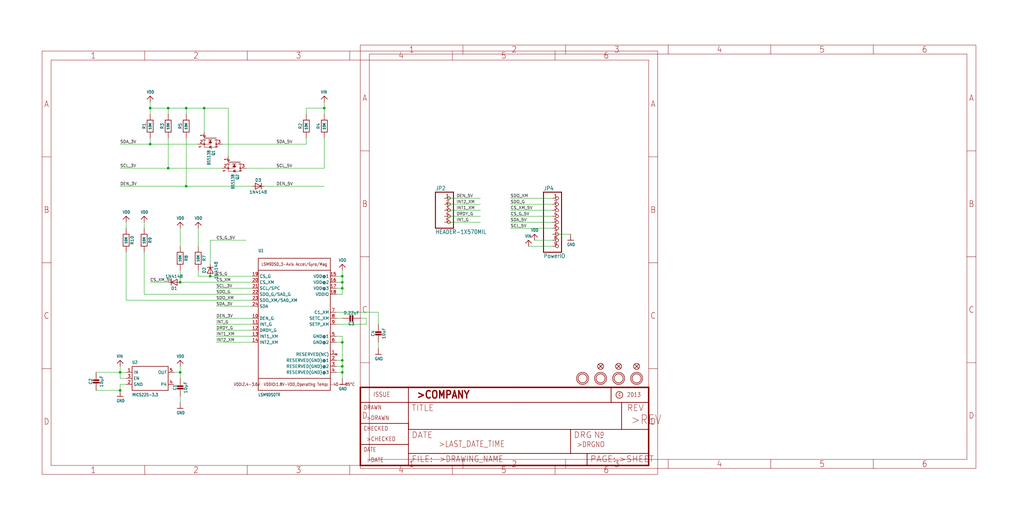
<source format=kicad_sch>
(kicad_sch (version 20211123) (generator eeschema)
  (paper "User" 433.07 220.421)
  (lib_symbols
    (symbol "eagleSchem-eagle-import:CAP_CERAMIC0805-NOOUTLINE"
      (property "Reference" "C" (at -2.29 1.25 90))
      (property "Value" "CAP_CERAMIC0805-NOOUTLINE" (at 2.3 1.25 90))
      (symbol "CAP_CERAMIC0805-NOOUTLINE_1_0"
        (rectangle (start -1.27 0.508) (end 1.27 1.016) (fill (type outline)))
        (rectangle (start -1.27 1.524) (end 1.27 2.032) (fill (type outline)))
        (polyline (pts (xy 0 0.762) (xy 0 0)) (stroke (width 0.1524)))
        (polyline (pts (xy 0 2.54) (xy 0 1.778)) (stroke (width 0.1524)))
        (pin passive line (at 0 5.08 270) (length 2.54) (name "1") (number "1"))
        (pin passive line (at 0 -2.54 90) (length 2.54) (name "2") (number "2"))
      )
    )
    (symbol "eagleSchem-eagle-import:DIODESOD-323"
      (property "Reference" "D" (at 0 2.54 0))
      (property "Value" "DIODESOD-323" (at 0 -2.5 0))
      (symbol "DIODESOD-323_1_0"
        (polyline (pts (xy -1.27 -1.27) (xy 1.27 0)) (stroke (width 0.254)))
        (polyline (pts (xy -1.27 1.27) (xy -1.27 -1.27)) (stroke (width 0.254)))
        (polyline (pts (xy 1.27 0) (xy -1.27 1.27)) (stroke (width 0.254)))
        (polyline (pts (xy 1.27 0) (xy 1.27 -1.27)) (stroke (width 0.254)))
        (polyline (pts (xy 1.27 1.27) (xy 1.27 0)) (stroke (width 0.254)))
        (pin passive line (at -2.54 0 0) (length 2.54) (name "A") (number "A"))
        (pin passive line (at 2.54 0 180) (length 2.54) (name "C") (number "C"))
      )
    )
    (symbol "eagleSchem-eagle-import:FIDUCIAL{dblquote}{dblquote}"
      (symbol "FIDUCIAL{dblquote}{dblquote}_1_0"
        (polyline (pts (xy -0.762 0.762) (xy 0.762 -0.762)) (stroke (width 0.254)))
        (polyline (pts (xy 0.762 0.762) (xy -0.762 -0.762)) (stroke (width 0.254)))
        (circle (center 0 0) (radius 1.27) (stroke (width 0.254)))
      )
    )
    (symbol "eagleSchem-eagle-import:FRAME_A4"
      (symbol "FRAME_A4_0_0"
        (polyline (pts (xy 0 44.7675) (xy 3.81 44.7675)))
        (polyline (pts (xy 0 89.535) (xy 3.81 89.535)))
        (polyline (pts (xy 0 134.3025) (xy 3.81 134.3025)))
        (polyline (pts (xy 3.81 3.81) (xy 3.81 175.26)))
        (polyline (pts (xy 43.3917 0) (xy 43.3917 3.81)))
        (polyline (pts (xy 43.3917 175.26) (xy 43.3917 179.07)))
        (polyline (pts (xy 86.7833 0) (xy 86.7833 3.81)))
        (polyline (pts (xy 86.7833 175.26) (xy 86.7833 179.07)))
        (polyline (pts (xy 130.175 0) (xy 130.175 3.81)))
        (polyline (pts (xy 130.175 175.26) (xy 130.175 179.07)))
        (polyline (pts (xy 173.5667 0) (xy 173.5667 3.81)))
        (polyline (pts (xy 173.5667 175.26) (xy 173.5667 179.07)))
        (polyline (pts (xy 216.9583 0) (xy 216.9583 3.81)))
        (polyline (pts (xy 216.9583 175.26) (xy 216.9583 179.07)))
        (polyline (pts (xy 256.54 3.81) (xy 3.81 3.81)))
        (polyline (pts (xy 256.54 3.81) (xy 256.54 175.26)))
        (polyline (pts (xy 256.54 44.7675) (xy 260.35 44.7675)))
        (polyline (pts (xy 256.54 89.535) (xy 260.35 89.535)))
        (polyline (pts (xy 256.54 134.3025) (xy 260.35 134.3025)))
        (polyline (pts (xy 256.54 175.26) (xy 3.81 175.26)))
        (polyline (pts (xy 0 0) (xy 260.35 0) (xy 260.35 179.07) (xy 0 179.07) (xy 0 0)))
        (text "1" (at 21.6958 1.905 0) (effects (font (size 2.54 2.286))))
        (text "1" (at 21.6958 177.165 0) (effects (font (size 2.54 2.286))))
        (text "2" (at 65.0875 1.905 0) (effects (font (size 2.54 2.286))))
        (text "2" (at 65.0875 177.165 0) (effects (font (size 2.54 2.286))))
        (text "3" (at 108.4792 1.905 0) (effects (font (size 2.54 2.286))))
        (text "3" (at 108.4792 177.165 0) (effects (font (size 2.54 2.286))))
        (text "4" (at 151.8708 1.905 0) (effects (font (size 2.54 2.286))))
        (text "4" (at 151.8708 177.165 0) (effects (font (size 2.54 2.286))))
        (text "5" (at 195.2625 1.905 0) (effects (font (size 2.54 2.286))))
        (text "5" (at 195.2625 177.165 0) (effects (font (size 2.54 2.286))))
        (text "6" (at 238.6542 1.905 0) (effects (font (size 2.54 2.286))))
        (text "6" (at 238.6542 177.165 0) (effects (font (size 2.54 2.286))))
        (text "A" (at 1.905 156.6863 0) (effects (font (size 2.54 2.286))))
        (text "A" (at 258.445 156.6863 0) (effects (font (size 2.54 2.286))))
        (text "B" (at 1.905 111.9188 0) (effects (font (size 2.54 2.286))))
        (text "B" (at 258.445 111.9188 0) (effects (font (size 2.54 2.286))))
        (text "C" (at 1.905 67.1513 0) (effects (font (size 2.54 2.286))))
        (text "C" (at 258.445 67.1513 0) (effects (font (size 2.54 2.286))))
        (text "D" (at 1.905 22.3838 0) (effects (font (size 2.54 2.286))))
        (text "D" (at 258.445 22.3838 0) (effects (font (size 2.54 2.286))))
      )
      (symbol "FRAME_A4_1_0"
        (polyline (pts (xy 256.54 3.81) (xy 256.54 8.89)) (stroke (width 0.1016)))
        (polyline (pts (xy 256.54 8.89) (xy 256.54 13.97)) (stroke (width 0.1016)))
        (polyline (pts (xy 256.54 13.97) (xy 256.54 19.05)) (stroke (width 0.1016)))
        (polyline (pts (xy 256.54 19.05) (xy 256.54 36.83)) (stroke (width 0.1016)))
      )
      (symbol "FRAME_A4_2_0"
        (polyline (pts (xy 1.27 -6.35) (xy 1.27 0)) (stroke (width 0.1016)))
        (polyline (pts (xy 1.27 0) (xy 82.55 0)) (stroke (width 0.1016)))
        (polyline (pts (xy 82.55 -6.35) (xy 1.27 -6.35)) (stroke (width 0.1016)))
        (polyline (pts (xy 82.55 0) (xy 82.55 -6.35)) (stroke (width 0.1016)))
        (text "PART OR WHOLE IS STRICTLY PROHIBITED WITHOUT WRITTEN PERMISSION!" (at 3.81 -5.08 0) (effects (font (size 1.27 1.0795)) (justify left bottom)))
        (text "PROPRIETARY" (at 3.81 -10.16 0) (effects (font (size 2.54 2.159) (thickness 0.4318) bold) (justify left bottom)))
        (text "THIS DRAWING CONTAINS CONFIDENTIAL INFORMATION. ANY REPRODUCTION IN" (at 3.81 -2.794 0) (effects (font (size 1.27 1.0795)) (justify left bottom)))
      )
      (symbol "FRAME_A4_3_0"
        (polyline (pts (xy 0 1.27) (xy 20.32 1.27)) (stroke (width 0.6096)))
        (polyline (pts (xy 0 10.16) (xy 0 1.27)) (stroke (width 0.6096)))
        (polyline (pts (xy 0 10.16) (xy 20.32 10.16)) (stroke (width 0.3048)))
        (polyline (pts (xy 0 19.05) (xy 0 10.16)) (stroke (width 0.6096)))
        (polyline (pts (xy 0 19.05) (xy 20.32 19.05)) (stroke (width 0.3048)))
        (polyline (pts (xy 0 27.94) (xy 0 19.05)) (stroke (width 0.6096)))
        (polyline (pts (xy 0 27.94) (xy 20.32 27.94)) (stroke (width 0.3048)))
        (polyline (pts (xy 0 34.29) (xy 0 27.94)) (stroke (width 0.6096)))
        (polyline (pts (xy 20.32 1.27) (xy 20.32 6.35)) (stroke (width 0.3048)))
        (polyline (pts (xy 20.32 1.27) (xy 95.885 1.27)) (stroke (width 0.6096)))
        (polyline (pts (xy 20.32 6.35) (xy 20.32 10.16)) (stroke (width 0.3048)))
        (polyline (pts (xy 20.32 6.35) (xy 88.9 6.35)) (stroke (width 0.3048)))
        (polyline (pts (xy 20.32 10.16) (xy 20.32 19.05)) (stroke (width 0.3048)))
        (polyline (pts (xy 20.32 16.51) (xy 20.32 19.05)) (stroke (width 0.3048)))
        (polyline (pts (xy 20.32 19.05) (xy 20.32 27.94)) (stroke (width 0.3048)))
        (polyline (pts (xy 20.32 27.94) (xy 20.32 34.29)) (stroke (width 0.3048)))
        (polyline (pts (xy 20.32 27.94) (xy 65.0875 27.94)) (stroke (width 0.3048)))
        (polyline (pts (xy 20.32 34.29) (xy 0 34.29)) (stroke (width 0.6096)))
        (polyline (pts (xy 65.0875 27.94) (xy 106.045 27.94)) (stroke (width 0.3048)))
        (polyline (pts (xy 65.0875 34.29) (xy 20.32 34.29)) (stroke (width 0.6096)))
        (polyline (pts (xy 88.9 6.35) (xy 95.885 6.35)) (stroke (width 0.3048)))
        (polyline (pts (xy 88.9 16.51) (xy 20.32 16.51)) (stroke (width 0.3048)))
        (polyline (pts (xy 88.9 16.51) (xy 88.9 6.35)) (stroke (width 0.3048)))
        (polyline (pts (xy 95.885 1.27) (xy 121.92 1.27)) (stroke (width 0.6096)))
        (polyline (pts (xy 95.885 6.35) (xy 95.885 1.27)) (stroke (width 0.3048)))
        (polyline (pts (xy 95.885 6.35) (xy 121.92 6.35)) (stroke (width 0.3048)))
        (polyline (pts (xy 101.6 13.0175) (xy 102.5525 13.0175)) (stroke (width 0.254)))
        (polyline (pts (xy 106.045 27.94) (xy 106.045 34.29)) (stroke (width 0.3048)))
        (polyline (pts (xy 106.045 27.94) (xy 110.49 27.94)) (stroke (width 0.3048)))
        (polyline (pts (xy 106.045 34.29) (xy 65.0875 34.29)) (stroke (width 0.6096)))
        (polyline (pts (xy 110.49 16.51) (xy 88.9 16.51)) (stroke (width 0.3048)))
        (polyline (pts (xy 110.49 27.94) (xy 110.49 16.51)) (stroke (width 0.3048)))
        (polyline (pts (xy 110.49 27.94) (xy 113.03 27.94)) (stroke (width 0.3048)))
        (polyline (pts (xy 113.03 27.94) (xy 121.92 27.94)) (stroke (width 0.3048)))
        (polyline (pts (xy 113.03 34.29) (xy 106.045 34.29)) (stroke (width 0.6096)))
        (polyline (pts (xy 121.92 6.35) (xy 121.92 1.27)) (stroke (width 0.6096)))
        (polyline (pts (xy 121.92 16.51) (xy 110.49 16.51)) (stroke (width 0.3048)))
        (polyline (pts (xy 121.92 16.51) (xy 121.92 6.35)) (stroke (width 0.6096)))
        (polyline (pts (xy 121.92 27.94) (xy 121.92 16.51)) (stroke (width 0.6096)))
        (polyline (pts (xy 121.92 34.29) (xy 113.03 34.29)) (stroke (width 0.6096)))
        (polyline (pts (xy 121.92 34.29) (xy 121.92 27.94)) (stroke (width 0.6096)))
        (circle (center 109.5375 31.115) (radius 1.4199) (stroke (width 0.254)))
        (text "2013" (at 112.7125 30.1625 0) (effects (font (size 1.778 1.5113)) (justify left bottom)))
        (text ">CHECKED" (at 2.54 11.43 0) (effects (font (size 1.778 1.5113)) (justify left bottom)))
        (text ">COMPANY" (at 23.6538 29.3687 0) (effects (font (size 3.175 2.6987) (thickness 0.5397) bold) (justify left bottom)))
        (text ">DATE" (at 2.54 2.54 0) (effects (font (size 1.778 1.5113)) (justify left bottom)))
        (text ">DRAWING_NAME" (at 33.3375 2.54 0) (effects (font (size 2.54 2.159)) (justify left bottom)))
        (text ">DRAWN" (at 2.54 20.32 0) (effects (font (size 1.778 1.5113)) (justify left bottom)))
        (text ">DRGNO" (at 91.44 8.89 0) (effects (font (size 2.1844 1.8567)) (justify left bottom)))
        (text ">LAST_DATE_TIME" (at 33.02 8.89 0) (effects (font (size 2.54 2.159)) (justify left bottom)))
        (text ">REV" (at 114.3 18.415 0) (effects (font (size 3.81 3.2385)) (justify left bottom)))
        (text ">SHEET" (at 109.22 2.54 0) (effects (font (size 2.54 2.54)) (justify left bottom)))
        (text "C" (at 109.0612 30.48 0) (effects (font (size 1.27 1.0795)) (justify left bottom)))
        (text "CHECKED" (at 1.27 15.875 0) (effects (font (size 1.778 1.5113)) (justify left bottom)))
        (text "DATE" (at 1.27 6.985 0) (effects (font (size 1.778 1.5113)) (justify left bottom)))
        (text "DATE" (at 21.59 12.7 0) (effects (font (size 2.54 2.54)) (justify left bottom)))
        (text "DRAWN" (at 1.27 24.765 0) (effects (font (size 1.778 1.5113)) (justify left bottom)))
        (text "DRG" (at 90.17 12.7 0) (effects (font (size 2.54 2.54)) (justify left bottom)))
        (text "FILE:" (at 21.59 2.54 0) (effects (font (size 2.54 2.54)) (justify left bottom)))
        (text "ISSUE" (at 5.3975 30.1625 0) (effects (font (size 1.9304 1.6408)) (justify left bottom)))
        (text "N" (at 98.7425 12.7 0) (effects (font (size 2.54 2.54)) (justify left bottom)))
        (text "o" (at 101.2825 13.6525 0) (effects (font (size 2.1844 1.8567)) (justify left bottom)))
        (text "PAGE:" (at 97.155 2.54 0) (effects (font (size 2.54 2.54)) (justify left bottom)))
        (text "REV" (at 112.7125 24.13 0) (effects (font (size 2.54 2.54)) (justify left bottom)))
        (text "TITLE" (at 21.59 24.13 0) (effects (font (size 2.54 2.54)) (justify left bottom)))
      )
    )
    (symbol "eagleSchem-eagle-import:GND" (power)
      (property "Value" "GND" (at -1.524 -2.54 0))
      (symbol "GND_1_0"
        (polyline (pts (xy -1.27 0) (xy 1.27 0)) (stroke (width 0.254)))
        (pin power_in line (at 0 2.54 270) (length 2.54) (name "GND") (number "1"))
      )
    )
    (symbol "eagleSchem-eagle-import:HEADER-1X570MIL"
      (property "Reference" "JP" (at -6.35 8.255 0))
      (property "Value" "HEADER-1X570MIL" (at -6.35 -10.16 0))
      (symbol "HEADER-1X570MIL_1_0"
        (polyline (pts (xy -6.35 -7.62) (xy 1.27 -7.62)) (stroke (width 0.4064)))
        (polyline (pts (xy -6.35 7.62) (xy -6.35 -7.62)) (stroke (width 0.4064)))
        (polyline (pts (xy 1.27 -7.62) (xy 1.27 7.62)) (stroke (width 0.4064)))
        (polyline (pts (xy 1.27 7.62) (xy -6.35 7.62)) (stroke (width 0.4064)))
        (pin passive inverted (at -2.54 5.08 0) (length 2.54) (name "1") (number "1"))
        (pin passive inverted (at -2.54 2.54 0) (length 2.54) (name "2") (number "2"))
        (pin passive inverted (at -2.54 0 0) (length 2.54) (name "3") (number "3"))
        (pin passive inverted (at -2.54 -2.54 0) (length 2.54) (name "4") (number "4"))
        (pin passive inverted (at -2.54 -5.08 0) (length 2.54) (name "5") (number "5"))
      )
    )
    (symbol "eagleSchem-eagle-import:HEADER-1X970MIL"
      (property "Reference" "JP" (at -6.35 13.335 0))
      (property "Value" "HEADER-1X970MIL" (at -6.35 -15.24 0))
      (symbol "HEADER-1X970MIL_1_0"
        (polyline (pts (xy -6.35 -12.7) (xy 1.27 -12.7)) (stroke (width 0.4064)))
        (polyline (pts (xy -6.35 12.7) (xy -6.35 -12.7)) (stroke (width 0.4064)))
        (polyline (pts (xy 1.27 -12.7) (xy 1.27 12.7)) (stroke (width 0.4064)))
        (polyline (pts (xy 1.27 12.7) (xy -6.35 12.7)) (stroke (width 0.4064)))
        (pin passive inverted (at -2.54 10.16 0) (length 2.54) (name "1") (number "1"))
        (pin passive inverted (at -2.54 7.62 0) (length 2.54) (name "2") (number "2"))
        (pin passive inverted (at -2.54 5.08 0) (length 2.54) (name "3") (number "3"))
        (pin passive inverted (at -2.54 2.54 0) (length 2.54) (name "4") (number "4"))
        (pin passive inverted (at -2.54 0 0) (length 2.54) (name "5") (number "5"))
        (pin passive inverted (at -2.54 -2.54 0) (length 2.54) (name "6") (number "6"))
        (pin passive inverted (at -2.54 -5.08 0) (length 2.54) (name "7") (number "7"))
        (pin passive inverted (at -2.54 -7.62 0) (length 2.54) (name "8") (number "8"))
        (pin passive inverted (at -2.54 -10.16 0) (length 2.54) (name "9") (number "9"))
      )
    )
    (symbol "eagleSchem-eagle-import:LSM9DS0"
      (property "Reference" "U" (at -15.24 25.4 0))
      (property "Value" "LSM9DS0" (at -15.24 -35.56 0))
      (symbol "LSM9DS0_1_0"
        (polyline (pts (xy -15.24 -33.02) (xy 15.24 -33.02)) (stroke (width 0.254)))
        (polyline (pts (xy -15.24 -27.94) (xy -15.24 -33.02)) (stroke (width 0.254)))
        (polyline (pts (xy -15.24 -27.94) (xy -15.24 17.78)) (stroke (width 0.254)))
        (polyline (pts (xy -15.24 17.78) (xy -15.24 22.86)) (stroke (width 0.254)))
        (polyline (pts (xy -15.24 17.78) (xy 15.24 17.78)) (stroke (width 0.254)))
        (polyline (pts (xy -15.24 22.86) (xy 15.24 22.86)) (stroke (width 0.254)))
        (polyline (pts (xy 15.24 -33.02) (xy 15.24 -27.94)) (stroke (width 0.254)))
        (polyline (pts (xy 15.24 -27.94) (xy -15.24 -27.94)) (stroke (width 0.254)))
        (polyline (pts (xy 15.24 17.78) (xy 15.24 -27.94)) (stroke (width 0.254)))
        (polyline (pts (xy 15.24 22.86) (xy 15.24 17.78)) (stroke (width 0.254)))
        (text "LSM9DS0_3-Axis Accel/Gyro/Mag" (at 0 20.32 0) (effects (font (size 1.27 1.0795))))
        (text "VDD:2.4-3.6V  VDDIO:1.8V-VDD_Operating Temp: -40 - 85°C" (at 0 -30.48 0) (effects (font (size 1.27 1.0795))))
        (pin no_connect line (at 17.78 -17.78 180) (length 2.54) (name "RESERVED(NC)") (number "1"))
        (pin bidirectional line (at -17.78 -2.54 0) (length 2.54) (name "DEN_G") (number "10"))
        (pin bidirectional line (at -17.78 -5.08 0) (length 2.54) (name "INT_G") (number "11"))
        (pin bidirectional line (at -17.78 -7.62 0) (length 2.54) (name "DRDY_G") (number "12"))
        (pin bidirectional line (at -17.78 -10.16 0) (length 2.54) (name "INT1_XM") (number "13"))
        (pin bidirectional line (at -17.78 -12.7 0) (length 2.54) (name "INT2_XM") (number "14"))
        (pin power_in line (at 17.78 15.24 180) (length 2.54) (name "VDD@1") (number "15"))
        (pin power_in line (at 17.78 12.7 180) (length 2.54) (name "VDD@2") (number "16"))
        (pin power_in line (at 17.78 10.16 180) (length 2.54) (name "VDD@3") (number "17"))
        (pin power_in line (at 17.78 7.62 180) (length 2.54) (name "VDDIO") (number "18"))
        (pin bidirectional line (at -17.78 15.24 0) (length 2.54) (name "CS_G") (number "19"))
        (pin power_in line (at 17.78 -20.32 180) (length 2.54) (name "RESERVED(GND)@1") (number "2"))
        (pin bidirectional line (at -17.78 12.7 0) (length 2.54) (name "CS_XM") (number "20"))
        (pin bidirectional line (at -17.78 10.16 0) (length 2.54) (name "SCL/SPC") (number "21"))
        (pin bidirectional line (at -17.78 7.62 0) (length 2.54) (name "SDO_G/SA0_G") (number "22"))
        (pin bidirectional line (at -17.78 5.08 0) (length 2.54) (name "SDO_XM/SA0_XM") (number "23"))
        (pin bidirectional line (at -17.78 2.54 0) (length 2.54) (name "SDA") (number "24"))
        (pin power_in line (at 17.78 -22.86 180) (length 2.54) (name "RESERVED(GND)@2") (number "3"))
        (pin power_in line (at 17.78 -25.4 180) (length 2.54) (name "RESERVED(GND)@3") (number "4"))
        (pin power_in line (at 17.78 -10.16 180) (length 2.54) (name "GND@1") (number "5"))
        (pin power_in line (at 17.78 -12.7 180) (length 2.54) (name "GND@2") (number "6"))
        (pin bidirectional line (at 17.78 0 180) (length 2.54) (name "C1_XM") (number "7"))
        (pin bidirectional line (at 17.78 -2.54 180) (length 2.54) (name "SETC_XM") (number "8"))
        (pin bidirectional line (at 17.78 -5.08 180) (length 2.54) (name "SETP_XM") (number "9"))
      )
    )
    (symbol "eagleSchem-eagle-import:MOSFET-NWIDE"
      (property "Reference" "Q" (at 5.08 0.635 0))
      (property "Value" "MOSFET-NWIDE" (at 5.08 -1.27 0))
      (symbol "MOSFET-NWIDE_1_0"
        (polyline (pts (xy 0 2.54) (xy 0 -2.54)) (stroke (width 0.254)))
        (polyline (pts (xy 0.762 -2.54) (xy 0.762 -3.175)) (stroke (width 0.254)))
        (polyline (pts (xy 0.762 -1.905) (xy 0.762 -2.54)) (stroke (width 0.254)))
        (polyline (pts (xy 0.762 0) (xy 0.762 -0.762)) (stroke (width 0.254)))
        (polyline (pts (xy 0.762 0) (xy 2.54 0)) (stroke (width 0.1524)))
        (polyline (pts (xy 0.762 0.762) (xy 0.762 0)) (stroke (width 0.254)))
        (polyline (pts (xy 0.762 2.54) (xy 0.762 1.905)) (stroke (width 0.254)))
        (polyline (pts (xy 0.762 2.54) (xy 3.81 2.54)) (stroke (width 0.1524)))
        (polyline (pts (xy 0.762 3.175) (xy 0.762 2.54)) (stroke (width 0.254)))
        (polyline (pts (xy 2.54 -2.54) (xy 0.762 -2.54)) (stroke (width 0.1524)))
        (polyline (pts (xy 2.54 -2.54) (xy 3.81 -2.54)) (stroke (width 0.1524)))
        (polyline (pts (xy 2.54 0) (xy 2.54 -2.54)) (stroke (width 0.1524)))
        (polyline (pts (xy 3.302 0.508) (xy 3.048 0.254)) (stroke (width 0.1524)))
        (polyline (pts (xy 3.81 0.508) (xy 3.302 0.508)) (stroke (width 0.1524)))
        (polyline (pts (xy 3.81 0.508) (xy 3.81 -2.54)) (stroke (width 0.1524)))
        (polyline (pts (xy 3.81 2.54) (xy 3.81 0.508)) (stroke (width 0.1524)))
        (polyline (pts (xy 4.318 0.508) (xy 3.81 0.508)) (stroke (width 0.1524)))
        (polyline (pts (xy 4.572 0.762) (xy 4.318 0.508)) (stroke (width 0.1524)))
        (polyline (pts (xy 1.016 0) (xy 2.032 0.762) (xy 2.032 -0.762)) (fill (type outline)))
        (polyline (pts (xy 3.81 0.508) (xy 3.302 -0.254) (xy 4.318 -0.254)) (fill (type outline)))
        (circle (center 2.54 -2.54) (radius 0.3592))
        (circle (center 2.54 2.54) (radius 0.3592))
        (text "D" (at 3.175 3.175 0) (effects (font (size 0.8128 0.6908)) (justify left bottom)))
        (text "G" (at -1.27 -1.905 0) (effects (font (size 0.8128 0.6908)) (justify left bottom)))
        (text "S" (at 3.175 -3.81 0) (effects (font (size 0.8128 0.6908)) (justify left bottom)))
        (pin bidirectional line (at -2.54 -2.54 0) (length 2.54) (name "G") (number "1"))
        (pin bidirectional line (at 2.54 -5.08 90) (length 2.54) (name "S") (number "2"))
        (pin bidirectional line (at 2.54 5.08 270) (length 2.54) (name "D") (number "3"))
      )
    )
    (symbol "eagleSchem-eagle-import:MOUNTINGHOLE2.5"
      (symbol "MOUNTINGHOLE2.5_1_0"
        (circle (center 0 0) (radius 1.905) (stroke (width 0.254)))
        (circle (center 0 0) (radius 2.54) (stroke (width 0.254)))
      )
    )
    (symbol "eagleSchem-eagle-import:RESISTOR0805_NOOUTLINE"
      (property "Reference" "R" (at 0 2.54 0))
      (property "Value" "RESISTOR0805_NOOUTLINE" (at 0 0 0))
      (symbol "RESISTOR0805_NOOUTLINE_1_0"
        (polyline (pts (xy -2.54 -1.27) (xy -2.54 1.27)) (stroke (width 0.254)))
        (polyline (pts (xy -2.54 1.27) (xy 2.54 1.27)) (stroke (width 0.254)))
        (polyline (pts (xy 2.54 -1.27) (xy -2.54 -1.27)) (stroke (width 0.254)))
        (polyline (pts (xy 2.54 1.27) (xy 2.54 -1.27)) (stroke (width 0.254)))
        (pin passive line (at -5.08 0 0) (length 2.54) (name "1") (number "1"))
        (pin passive line (at 5.08 0 180) (length 2.54) (name "2") (number "2"))
      )
    )
    (symbol "eagleSchem-eagle-import:RESISTOR_0805MP"
      (property "Reference" "R" (at 0 2.54 0))
      (property "Value" "RESISTOR_0805MP" (at 0 0 0))
      (symbol "RESISTOR_0805MP_1_0"
        (polyline (pts (xy -2.54 -1.27) (xy -2.54 1.27)) (stroke (width 0.254)))
        (polyline (pts (xy -2.54 1.27) (xy 2.54 1.27)) (stroke (width 0.254)))
        (polyline (pts (xy 2.54 -1.27) (xy -2.54 -1.27)) (stroke (width 0.254)))
        (polyline (pts (xy 2.54 1.27) (xy 2.54 -1.27)) (stroke (width 0.254)))
        (pin passive line (at -5.08 0 0) (length 2.54) (name "1") (number "1"))
        (pin passive line (at 5.08 0 180) (length 2.54) (name "2") (number "2"))
      )
    )
    (symbol "eagleSchem-eagle-import:VDD" (power)
      (property "Value" "VDD" (at -1.524 1.016 0))
      (symbol "VDD_1_0"
        (polyline (pts (xy -1.27 -1.27) (xy 0 0)) (stroke (width 0.254)))
        (polyline (pts (xy 0 0) (xy 1.27 -1.27)) (stroke (width 0.254)))
        (pin power_in line (at 0 -2.54 90) (length 2.54) (name "VDD") (number "1"))
      )
    )
    (symbol "eagleSchem-eagle-import:VIN" (power)
      (property "Value" "VIN" (at -1.524 1.016 0))
      (symbol "VIN_1_0"
        (polyline (pts (xy -1.27 -1.27) (xy 0 0)) (stroke (width 0.254)))
        (polyline (pts (xy 0 0) (xy 1.27 -1.27)) (stroke (width 0.254)))
        (pin power_in line (at 0 -2.54 90) (length 2.54) (name "VIN") (number "1"))
      )
    )
    (symbol "eagleSchem-eagle-import:VREG_SOT23-5"
      (property "Reference" "U" (at -7.62 6.096 0))
      (property "Value" "VREG_SOT23-5" (at -7.62 -7.62 0))
      (symbol "VREG_SOT23-5_1_0"
        (polyline (pts (xy -7.62 -5.08) (xy -7.62 5.08)) (stroke (width 0.254)))
        (polyline (pts (xy -7.62 5.08) (xy 7.62 5.08)) (stroke (width 0.254)))
        (polyline (pts (xy 7.62 -5.08) (xy -7.62 -5.08)) (stroke (width 0.254)))
        (polyline (pts (xy 7.62 5.08) (xy 7.62 -5.08)) (stroke (width 0.254)))
        (pin power_in line (at -10.16 2.54 0) (length 2.54) (name "IN") (number "1"))
        (pin power_in line (at -10.16 -2.54 0) (length 2.54) (name "GND") (number "2"))
        (pin input line (at -10.16 0 0) (length 2.54) (name "EN") (number "3"))
        (pin bidirectional line (at 10.16 -2.54 180) (length 2.54) (name "P4") (number "4"))
        (pin power_in line (at 10.16 2.54 180) (length 2.54) (name "OUT") (number "5"))
      )
    )
  )
  (junction (at 144.78 152.4))
  (junction (at 144.78 119.38))
  (junction (at 76.2 119.38))
  (junction (at 71.12 45.72))
  (junction (at 50.8 157.48))
  (junction (at 63.5 45.72))
  (junction (at 50.8 165.1))
  (junction (at 63.5 60.96))
  (junction (at 144.78 116.84))
  (junction (at 144.78 157.48))
  (junction (at 144.78 121.92))
  (junction (at 144.78 154.94))
  (junction (at 86.36 45.72))
  (junction (at 137.16 45.72))
  (junction (at 78.74 45.72))
  (junction (at 88.9 116.84))
  (junction (at 76.2 157.48))
  (junction (at 144.78 144.78))
  (junction (at 78.74 78.74))
  (junction (at 71.12 71.12))
  (wire (pts (xy 96.52 45.72) (xy 86.36 45.72)))
  (wire (pts (xy 53.34 96.52) (xy 53.34 93.98)))
  (wire (pts (xy 53.34 127) (xy 53.34 106.68)))
  (wire (pts (xy 106.68 119.38) (xy 76.2 119.38)))
  (wire (pts (xy 96.52 66.04) (xy 96.52 45.72)))
  (wire (pts (xy 104.14 71.12) (xy 137.16 71.12)))
  (wire (pts (xy 71.12 45.72) (xy 63.5 45.72)))
  (wire (pts (xy 86.36 45.72) (xy 78.74 45.72)))
  (wire (pts (xy 63.5 58.42) (xy 63.5 60.96)))
  (wire (pts (xy 142.24 121.92) (xy 144.78 121.92)))
  (wire (pts (xy 142.24 154.94) (xy 144.78 154.94)))
  (wire (pts (xy 233.68 96.52) (xy 215.9 96.52)))
  (wire (pts (xy 142.24 119.38) (xy 144.78 119.38)))
  (wire (pts (xy 160.02 132.08) (xy 160.02 137.16)))
  (wire (pts (xy 76.2 104.14) (xy 76.2 96.52)))
  (wire (pts (xy 83.82 116.84) (xy 83.82 114.3)))
  (wire (pts (xy 160.02 144.78) (xy 160.02 147.32)))
  (wire (pts (xy 106.68 129.54) (xy 91.44 129.54)))
  (wire (pts (xy 76.2 167.64) (xy 76.2 170.18)))
  (wire (pts (xy 106.68 144.78) (xy 91.44 144.78)))
  (wire (pts (xy 86.36 55.88) (xy 86.36 45.72)))
  (wire (pts (xy 78.74 78.74) (xy 78.74 58.42)))
  (wire (pts (xy 63.5 60.96) (xy 50.8 60.96)))
  (wire (pts (xy 144.78 121.92) (xy 144.78 119.38)))
  (wire (pts (xy 223.52 104.14) (xy 233.68 104.14)))
  (wire (pts (xy 71.12 119.38) (xy 63.5 119.38)))
  (wire (pts (xy 233.68 99.06) (xy 241.3 99.06)))
  (wire (pts (xy 50.8 160.02) (xy 50.8 157.48)))
  (wire (pts (xy 142.24 116.84) (xy 144.78 116.84)))
  (wire (pts (xy 129.54 45.72) (xy 137.16 45.72)))
  (wire (pts (xy 50.8 162.56) (xy 50.8 165.1)))
  (wire (pts (xy 129.54 60.96) (xy 129.54 58.42)))
  (wire (pts (xy 71.12 71.12) (xy 50.8 71.12)))
  (wire (pts (xy 137.16 71.12) (xy 137.16 58.42)))
  (wire (pts (xy 88.9 101.6) (xy 104.14 101.6)))
  (wire (pts (xy 233.68 83.82) (xy 215.9 83.82)))
  (wire (pts (xy 73.66 157.48) (xy 76.2 157.48)))
  (wire (pts (xy 144.78 116.84) (xy 144.78 114.3)))
  (wire (pts (xy 154.94 137.16) (xy 154.94 134.62)))
  (wire (pts (xy 106.68 124.46) (xy 60.96 124.46)))
  (wire (pts (xy 203.2 86.36) (xy 187.96 86.36)))
  (wire (pts (xy 106.68 121.92) (xy 91.44 121.92)))
  (wire (pts (xy 78.74 45.72) (xy 78.74 48.26)))
  (wire (pts (xy 142.24 134.62) (xy 144.78 134.62)))
  (wire (pts (xy 215.9 88.9) (xy 233.68 88.9)))
  (wire (pts (xy 144.78 142.24) (xy 144.78 144.78)))
  (wire (pts (xy 144.78 157.48) (xy 144.78 160.02)))
  (wire (pts (xy 226.06 101.6) (xy 233.68 101.6)))
  (wire (pts (xy 88.9 111.76) (xy 88.9 101.6)))
  (wire (pts (xy 60.96 124.46) (xy 60.96 106.68)))
  (wire (pts (xy 106.68 78.74) (xy 78.74 78.74)))
  (wire (pts (xy 142.24 157.48) (xy 144.78 157.48)))
  (wire (pts (xy 71.12 58.42) (xy 71.12 71.12)))
  (wire (pts (xy 71.12 48.26) (xy 71.12 45.72)))
  (wire (pts (xy 142.24 132.08) (xy 160.02 132.08)))
  (wire (pts (xy 106.68 139.7) (xy 91.44 139.7)))
  (wire (pts (xy 76.2 157.48) (xy 76.2 160.02)))
  (wire (pts (xy 142.24 137.16) (xy 154.94 137.16)))
  (wire (pts (xy 137.16 48.26) (xy 137.16 45.72)))
  (wire (pts (xy 233.68 86.36) (xy 215.9 86.36)))
  (wire (pts (xy 233.68 91.44) (xy 215.9 91.44)))
  (wire (pts (xy 144.78 144.78) (xy 144.78 152.4)))
  (wire (pts (xy 88.9 116.84) (xy 83.82 116.84)))
  (wire (pts (xy 142.24 142.24) (xy 144.78 142.24)))
  (wire (pts (xy 78.74 45.72) (xy 71.12 45.72)))
  (wire (pts (xy 83.82 60.96) (xy 63.5 60.96)))
  (wire (pts (xy 106.68 134.62) (xy 91.44 134.62)))
  (wire (pts (xy 76.2 157.48) (xy 76.2 154.94)))
  (wire (pts (xy 53.34 162.56) (xy 50.8 162.56)))
  (wire (pts (xy 203.2 93.98) (xy 187.96 93.98)))
  (wire (pts (xy 106.68 127) (xy 53.34 127)))
  (wire (pts (xy 78.74 78.74) (xy 50.8 78.74)))
  (wire (pts (xy 53.34 160.02) (xy 50.8 160.02)))
  (wire (pts (xy 144.78 119.38) (xy 144.78 116.84)))
  (wire (pts (xy 60.96 96.52) (xy 60.96 93.98)))
  (wire (pts (xy 233.68 93.98) (xy 215.9 93.98)))
  (wire (pts (xy 50.8 157.48) (xy 50.8 154.94)))
  (wire (pts (xy 40.64 165.1) (xy 50.8 165.1)))
  (wire (pts (xy 63.5 45.72) (xy 63.5 43.18)))
  (wire (pts (xy 83.82 104.14) (xy 83.82 96.52)))
  (wire (pts (xy 106.68 142.24) (xy 91.44 142.24)))
  (wire (pts (xy 106.68 116.84) (xy 88.9 116.84)))
  (wire (pts (xy 63.5 48.26) (xy 63.5 45.72)))
  (wire (pts (xy 40.64 157.48) (xy 50.8 157.48)))
  (wire (pts (xy 76.2 119.38) (xy 76.2 114.3)))
  (wire (pts (xy 187.96 83.82) (xy 203.2 83.82)))
  (wire (pts (xy 106.68 137.16) (xy 91.44 137.16)))
  (wire (pts (xy 144.78 124.46) (xy 144.78 121.92)))
  (wire (pts (xy 203.2 88.9) (xy 187.96 88.9)))
  (wire (pts (xy 129.54 48.26) (xy 129.54 45.72)))
  (wire (pts (xy 154.94 134.62) (xy 152.4 134.62)))
  (wire (pts (xy 93.98 71.12) (xy 71.12 71.12)))
  (wire (pts (xy 144.78 154.94) (xy 144.78 157.48)))
  (wire (pts (xy 53.34 157.48) (xy 50.8 157.48)))
  (wire (pts (xy 142.24 144.78) (xy 144.78 144.78)))
  (wire (pts (xy 142.24 152.4) (xy 144.78 152.4)))
  (wire (pts (xy 93.98 60.96) (xy 129.54 60.96)))
  (wire (pts (xy 137.16 45.72) (xy 137.16 43.18)))
  (wire (pts (xy 111.76 78.74) (xy 137.16 78.74)))
  (wire (pts (xy 144.78 152.4) (xy 144.78 154.94)))
  (wire (pts (xy 203.2 91.44) (xy 187.96 91.44)))
  (wire (pts (xy 142.24 124.46) (xy 144.78 124.46)))
  (label "INT2_XM" (at 193.04 86.36 0) (effects (font (size 1.2446 1.2446))))
  (label "SCL_5V" (at 116.84 71.12 0) (effects (font (size 1.2446 1.2446))))
  (label "SDA_5V" (at 215.9 93.98 0) (effects (font (size 1.2446 1.2446))))
  (label "INT1_XM" (at 193.04 88.9 0) (effects (font (size 1.2446 1.2446))))
  (label "SCL_3V" (at 50.8 71.12 0) (effects (font (size 1.2446 1.2446))))
  (label "INT_G" (at 91.44 137.16 0) (effects (font (size 1.2446 1.2446))))
  (label "SCL_5V" (at 215.9 96.52 0) (effects (font (size 1.2446 1.2446))))
  (label "INT_G" (at 193.04 93.98 0) (effects (font (size 1.2446 1.2446))))
  (label "CS_XM_5V" (at 215.9 88.9 0) (effects (font (size 1.2446 1.2446))))
  (label "SDA_5V" (at 116.84 60.96 0) (effects (font (size 1.2446 1.2446))))
  (label "SDA_3V" (at 50.8 60.96 0) (effects (font (size 1.2446 1.2446))))
  (label "INT1_XM" (at 91.44 142.24 0) (effects (font (size 1.2446 1.2446))))
  (label "DEN_3V" (at 50.8 78.74 0) (effects (font (size 1.2446 1.2446))))
  (label "SDO_XM" (at 215.9 83.82 0) (effects (font (size 1.2446 1.2446))))
  (label "DEN_5V" (at 193.04 83.82 0) (effects (font (size 1.2446 1.2446))))
  (label "SDA_3V" (at 91.44 129.54 0) (effects (font (size 1.2446 1.2446))))
  (label "SDO_XM" (at 91.44 127 0) (effects (font (size 1.2446 1.2446))))
  (label "INT2_XM" (at 91.44 144.78 0) (effects (font (size 1.2446 1.2446))))
  (label "CS_XM_5V" (at 63.5 119.38 0) (effects (font (size 1.2446 1.2446))))
  (label "SDO_G" (at 215.9 86.36 0) (effects (font (size 1.2446 1.2446))))
  (label "DRDY_G" (at 193.04 91.44 0) (effects (font (size 1.2446 1.2446))))
  (label "CS_XM" (at 91.44 119.38 0) (effects (font (size 1.2446 1.2446))))
  (label "DEN_5V" (at 116.84 78.74 0) (effects (font (size 1.2446 1.2446))))
  (label "SDO_G" (at 91.44 124.46 0) (effects (font (size 1.2446 1.2446))))
  (label "CS_G_5V" (at 215.9 91.44 0) (effects (font (size 1.2446 1.2446))))
  (label "DEN_3V" (at 91.44 134.62 0) (effects (font (size 1.2446 1.2446))))
  (label "CS_G" (at 91.44 116.84 0) (effects (font (size 1.2446 1.2446))))
  (label "SCL_3V" (at 91.44 121.92 0) (effects (font (size 1.2446 1.2446))))
  (label "CS_G_5V" (at 91.44 101.6 0) (effects (font (size 1.2446 1.2446))))
  (label "DRDY_G" (at 91.44 139.7 0) (effects (font (size 1.2446 1.2446))))
  (symbol (lib_id "eagleSchem-eagle-import:FIDUCIAL{dblquote}{dblquote}") (at 269.24 154.94 0) (unit 1)
    (property "Reference" "FID1" (effects hide))
    (property "Value" "FIDUCIAL{dblquote}{dblquote}" (effects hide))
    (property "Footprint" "eagleSchem:FIDUCIAL_1MM" (effects hide))
  )
  (symbol (lib_id "eagleSchem-eagle-import:GND") (at 76.2 172.72 0) (unit 1)
    (property "Reference" "#U$8" (effects hide))
    (property "Value" "GND" (at 74.676 175.26 0) (effects (font (size 1.27 1.0795)) (justify left bottom)))
    (property "Footprint" "eagleSchem:" (effects hide))
  )
  (symbol (lib_id "eagleSchem-eagle-import:RESISTOR0805_NOOUTLINE") (at 129.54 53.34 90) (unit 1)
    (property "Reference" "R2" (at 127 53.34 0))
    (property "Value" "10K" (at 129.54 53.34 0) (effects (font (size 1.016 1.016) bold)))
    (property "Footprint" "eagleSchem:0805-NO" (effects hide))
  )
  (symbol (lib_id "eagleSchem-eagle-import:VDD") (at 83.82 93.98 0) (unit 1)
    (property "Reference" "#U$9" (effects hide))
    (property "Value" "VDD" (at 82.296 92.964 0) (effects (font (size 1.27 1.0795)) (justify left bottom)))
    (property "Footprint" "eagleSchem:" (effects hide))
  )
  (symbol (lib_id "eagleSchem-eagle-import:RESISTOR0805_NOOUTLINE") (at 78.74 53.34 90) (unit 1)
    (property "Reference" "R5" (at 76.2 53.34 0))
    (property "Value" "10K" (at 78.74 53.34 0) (effects (font (size 1.016 1.016) bold)))
    (property "Footprint" "eagleSchem:0805-NO" (effects hide))
  )
  (symbol (lib_id "eagleSchem-eagle-import:FIDUCIAL{dblquote}{dblquote}") (at 254 154.94 0) (unit 1)
    (property "Reference" "FID3" (effects hide))
    (property "Value" "FIDUCIAL{dblquote}{dblquote}" (effects hide))
    (property "Footprint" "eagleSchem:FIDUCIAL_1MM" (effects hide))
    (property "Value" "FIDUCIAL{dblquote}{dblquote}" (effects hide))
  )
  (symbol (lib_id "eagleSchem-eagle-import:VREG_SOT23-5") (at 63.5 160.02 0) (unit 1)
    (property "Reference" "U2" (at 55.88 153.924 0) (effects (font (size 1.27 1.0795)) (justify left bottom)))
    (property "Value" "MIC5225-3.3" (at 55.88 167.64 0) (effects (font (size 1.27 1.0795)) (justify left bottom)))
    (property "Footprint" "eagleSchem:SOT23-5" (effects hide))
  )
  (symbol (lib_id "eagleSchem-eagle-import:VDD") (at 53.34 91.44 0) (unit 1)
    (property "Reference" "#U$12" (effects hide))
    (property "Value" "VDD" (at 51.816 90.424 0) (effects (font (size 1.27 1.0795)) (justify left bottom)))
    (property "Footprint" "eagleSchem:" (effects hide))
  )
  (symbol (lib_id "eagleSchem-eagle-import:DIODESOD-323") (at 88.9 114.3 90) (unit 1)
    (property "Reference" "D2" (at 86.36 114.3 0))
    (property "Value" "1N4148" (at 91.4 114.3 0))
    (property "Footprint" "eagleSchem:SOD-323" (effects hide))
  )
  (symbol (lib_id "eagleSchem-eagle-import:RESISTOR0805_NOOUTLINE") (at 71.12 53.34 90) (unit 1)
    (property "Reference" "R3" (at 68.58 53.34 0))
    (property "Value" "10K" (at 71.12 53.34 0) (effects (font (size 1.016 1.016) bold)))
    (property "Footprint" "eagleSchem:0805-NO" (effects hide))
  )
  (symbol (lib_id "eagleSchem-eagle-import:RESISTOR0805_NOOUTLINE") (at 60.96 101.6 270) (unit 1)
    (property "Reference" "R9" (at 63.5 101.6 0))
    (property "Value" "10K" (at 60.96 101.6 0) (effects (font (size 1.016 1.016) bold)))
    (property "Footprint" "eagleSchem:0805-NO" (effects hide))
  )
  (symbol (lib_id "eagleSchem-eagle-import:GND") (at 241.3 101.6 0) (unit 1)
    (property "Reference" "#U$27" (effects hide))
    (property "Value" "GND" (at 239.776 104.14 0) (effects (font (size 1.27 1.0795)) (justify left bottom)))
    (property "Footprint" "eagleSchem:" (effects hide))
  )
  (symbol (lib_id "eagleSchem-eagle-import:CAP_CERAMIC0805-NOOUTLINE") (at 160.02 142.24 0) (unit 1)
    (property "Reference" "C4" (at 157.73 140.99 90))
    (property "Value" "10uF" (at 162.32 140.99 90))
    (property "Footprint" "eagleSchem:0805-NO" (effects hide))
  )
  (symbol (lib_id "eagleSchem-eagle-import:HEADER-1X970MIL") (at 236.22 93.98 0) (unit 1)
    (property "Reference" "JP4" (at 229.87 80.645 0) (effects (font (size 1.778 1.5113)) (justify left bottom)))
    (property "Value" "PowerIO" (at 229.87 109.22 0) (effects (font (size 1.778 1.5113)) (justify left bottom)))
    (property "Footprint" "eagleSchem:1X09_ROUND_70" (effects hide))
  )
  (symbol (lib_id "eagleSchem-eagle-import:MOUNTINGHOLE2.5") (at 269.24 160.02 0) (unit 1)
    (property "Reference" "U$4" (effects hide))
    (property "Value" "MOUNTINGHOLE2.5" (effects hide))
    (property "Footprint" "eagleSchem:MOUNTINGHOLE_2.5_PLATED" (effects hide))
  )
  (symbol (lib_id "eagleSchem-eagle-import:VIN") (at 137.16 40.64 0) (unit 1)
    (property "Reference" "#U$15" (effects hide))
    (property "Value" "VIN" (at 135.636 39.624 0) (effects (font (size 1.27 1.0795)) (justify left bottom)))
    (property "Footprint" "eagleSchem:" (effects hide))
  )
  (symbol (lib_id "eagleSchem-eagle-import:RESISTOR0805_NOOUTLINE") (at 83.82 109.22 270) (unit 1)
    (property "Reference" "R7" (at 86.36 109.22 0))
    (property "Value" "10K" (at 83.82 109.22 0) (effects (font (size 1.016 1.016) bold)))
    (property "Footprint" "eagleSchem:0805-NO" (effects hide))
  )
  (symbol (lib_id "eagleSchem-eagle-import:RESISTOR0805_NOOUTLINE") (at 76.2 109.22 270) (unit 1)
    (property "Reference" "R8" (at 78.74 109.22 0))
    (property "Value" "10K" (at 76.2 109.22 0) (effects (font (size 1.016 1.016) bold)))
    (property "Footprint" "eagleSchem:0805-NO" (effects hide))
  )
  (symbol (lib_id "eagleSchem-eagle-import:FRAME_A4") (at 152.4 198.12 0) (unit 3)
    (property "Reference" "#FRAME1" (effects hide))
    (property "Value" "FRAME_A4" (effects hide))
    (property "Footprint" "eagleSchem:" (effects hide))
  )
  (symbol (lib_id "eagleSchem-eagle-import:VDD") (at 60.96 91.44 0) (unit 1)
    (property "Reference" "#U$11" (effects hide))
    (property "Value" "VDD" (at 59.436 90.424 0) (effects (font (size 1.27 1.0795)) (justify left bottom)))
    (property "Footprint" "eagleSchem:" (effects hide))
  )
  (symbol (lib_id "eagleSchem-eagle-import:FIDUCIAL{dblquote}{dblquote}") (at 261.62 154.94 0) (unit 1)
    (property "Reference" "FID2" (effects hide))
    (property "Value" "FIDUCIAL{dblquote}{dblquote}" (effects hide))
    (property "Footprint" "eagleSchem:FIDUCIAL_1MM" (effects hide))
  )
  (symbol (lib_id "eagleSchem-eagle-import:VIN") (at 223.52 101.6 0) (unit 1)
    (property "Reference" "#U$24" (effects hide))
    (property "Value" "VIN" (at 221.996 100.584 0) (effects (font (size 1.27 1.0795)) (justify left bottom)))
    (property "Footprint" "eagleSchem:" (effects hide))
  )
  (symbol (lib_id "eagleSchem-eagle-import:FRAME_A4") (at 17.78 200.66 0) (unit 1)
    (property "Reference" "#FRAME1" (effects hide))
    (property "Value" "FRAME_A4" (effects hide))
    (property "Footprint" "eagleSchem:" (effects hide))
  )
  (symbol (lib_id "eagleSchem-eagle-import:MOUNTINGHOLE2.5") (at 261.62 160.02 0) (unit 1)
    (property "Reference" "U$5" (effects hide))
    (property "Value" "MOUNTINGHOLE2.5" (effects hide))
    (property "Footprint" "eagleSchem:MOUNTINGHOLE_2.5_PLATED" (effects hide))
  )
  (symbol (lib_id "eagleSchem-eagle-import:MOUNTINGHOLE2.5") (at 246.38 160.02 0) (unit 1)
    (property "Reference" "U$7" (effects hide))
    (property "Value" "MOUNTINGHOLE2.5" (effects hide))
    (property "Footprint" "eagleSchem:MOUNTINGHOLE_2.5_PLATED" (effects hide))
  )
  (symbol (lib_id "eagleSchem-eagle-import:VDD") (at 144.78 111.76 0) (unit 1)
    (property "Reference" "#U$3" (effects hide))
    (property "Value" "VDD" (at 143.256 110.744 0) (effects (font (size 1.27 1.0795)) (justify left bottom)))
    (property "Footprint" "eagleSchem:" (effects hide))
  )
  (symbol (lib_id "eagleSchem-eagle-import:VDD") (at 76.2 93.98 0) (unit 1)
    (property "Reference" "#U$10" (effects hide))
    (property "Value" "VDD" (at 74.676 92.964 0) (effects (font (size 1.27 1.0795)) (justify left bottom)))
    (property "Footprint" "eagleSchem:" (effects hide))
  )
  (symbol (lib_id "eagleSchem-eagle-import:MOSFET-NWIDE") (at 99.06 68.58 270) (unit 1)
    (property "Reference" "Q2" (at 99.695 73.66 0) (effects (font (size 1.27 1.0795)) (justify left bottom)))
    (property "Value" "BSS138" (at 97.79 73.66 0) (effects (font (size 1.27 1.0795)) (justify left bottom)))
    (property "Footprint" "eagleSchem:SOT23-WIDE" (effects hide))
  )
  (symbol (lib_id "eagleSchem-eagle-import:MOUNTINGHOLE2.5") (at 254 160.02 0) (unit 1)
    (property "Reference" "U$6" (effects hide))
    (property "Value" "MOUNTINGHOLE2.5" (effects hide))
    (property "Footprint" "eagleSchem:MOUNTINGHOLE_2.5_PLATED" (effects hide))
  )
  (symbol (lib_id "eagleSchem-eagle-import:CAP_CERAMIC0805-NOOUTLINE") (at 40.64 162.56 0) (unit 1)
    (property "Reference" "C2" (at 38.35 161.31 90))
    (property "Value" "10µF" (at 42.94 161.31 90))
    (property "Footprint" "eagleSchem:0805-NO" (effects hide))
  )
  (symbol (lib_id "eagleSchem-eagle-import:RESISTOR0805_NOOUTLINE") (at 63.5 53.34 90) (unit 1)
    (property "Reference" "R1" (at 60.96 53.34 0))
    (property "Value" "10K" (at 63.5 53.34 0) (effects (font (size 1.016 1.016) bold)))
    (property "Footprint" "eagleSchem:0805-NO" (effects hide))
  )
  (symbol (lib_id "eagleSchem-eagle-import:DIODESOD-323") (at 109.22 78.74 0) (unit 1)
    (property "Reference" "D3" (at 109.22 76.2 0))
    (property "Value" "1N4148" (at 109.22 81.24 0))
    (property "Footprint" "eagleSchem:SOD-323" (effects hide))
  )
  (symbol (lib_id "eagleSchem-eagle-import:VDD") (at 76.2 152.4 0) (unit 1)
    (property "Reference" "#U$18" (effects hide))
    (property "Value" "VDD" (at 74.676 151.384 0) (effects (font (size 1.27 1.0795)) (justify left bottom)))
    (property "Footprint" "eagleSchem:" (effects hide))
  )
  (symbol (lib_id "eagleSchem-eagle-import:CAP_CERAMIC0805-NOOUTLINE") (at 76.2 165.1 0) (unit 1)
    (property "Reference" "C1" (at 73.91 163.85 90))
    (property "Value" "10µF" (at 78.5 163.85 90))
    (property "Footprint" "eagleSchem:0805-NO" (effects hide))
  )
  (symbol (lib_id "eagleSchem-eagle-import:DIODESOD-323") (at 73.66 119.38 180) (unit 1)
    (property "Reference" "D1" (at 73.66 121.92 0))
    (property "Value" "1N4148" (at 73.66 116.88 0))
    (property "Footprint" "eagleSchem:SOD-323" (effects hide))
  )
  (symbol (lib_id "eagleSchem-eagle-import:LSM9DS0") (at 124.46 132.08 0) (unit 1)
    (property "Reference" "U1" (at 109.22 106.68 0) (effects (font (size 1.27 1.0795)) (justify left bottom)))
    (property "Value" "LSM9DS0TR" (at 109.22 167.64 0) (effects (font (size 1.27 1.0795)) (justify left bottom)))
    (property "Footprint" "eagleSchem:LGA24_4X4MM" (effects hide))
  )
  (symbol (lib_id "eagleSchem-eagle-import:VDD") (at 63.5 40.64 0) (unit 1)
    (property "Reference" "#U$2" (effects hide))
    (property "Value" "VDD" (at 61.976 39.624 0) (effects (font (size 1.27 1.0795)) (justify left bottom)))
    (property "Footprint" "eagleSchem:" (effects hide))
  )
  (symbol (lib_id "eagleSchem-eagle-import:HEADER-1X570MIL") (at 190.5 88.9 0) (unit 1)
    (property "Reference" "JP2" (at 184.15 80.645 0) (effects (font (size 1.778 1.5113)) (justify left bottom)))
    (property "Value" "HEADER-1X570MIL" (at 184.15 99.06 0) (effects (font (size 1.778 1.5113)) (justify left bottom)))
    (property "Footprint" "eagleSchem:1X05_ROUND_70" (effects hide))
  )
  (symbol (lib_id "eagleSchem-eagle-import:VDD") (at 226.06 99.06 0) (unit 1)
    (property "Reference" "#U$26" (effects hide))
    (property "Value" "VDD" (at 224.536 98.044 0) (effects (font (size 1.27 1.0795)) (justify left bottom)))
    (property "Footprint" "eagleSchem:" (effects hide))
  )
  (symbol (lib_id "eagleSchem-eagle-import:VIN") (at 50.8 152.4 0) (unit 1)
    (property "Reference" "#U$16" (effects hide))
    (property "Value" "VIN" (at 49.276 151.384 0) (effects (font (size 1.27 1.0795)) (justify left bottom)))
    (property "Footprint" "eagleSchem:" (effects hide))
  )
  (symbol (lib_id "eagleSchem-eagle-import:GND") (at 50.8 167.64 0) (unit 1)
    (property "Reference" "#U$17" (effects hide))
    (property "Value" "GND" (at 49.276 170.18 0) (effects (font (size 1.27 1.0795)) (justify left bottom)))
    (property "Footprint" "eagleSchem:" (effects hide))
  )
  (symbol (lib_id "eagleSchem-eagle-import:RESISTOR_0805MP") (at 137.16 53.34 90) (unit 1)
    (property "Reference" "R4" (at 134.62 53.34 0))
    (property "Value" "10K" (at 137.16 53.34 0) (effects (font (size 1.016 1.016) bold)))
    (property "Footprint" "eagleSchem:_0805MP" (effects hide))
  )
  (symbol (lib_id "eagleSchem-eagle-import:GND") (at 144.78 162.56 0) (unit 1)
    (property "Reference" "#U$1" (effects hide))
    (property "Value" "GND" (at 143.256 165.1 0) (effects (font (size 1.27 1.0795)) (justify left bottom)))
    (property "Footprint" "eagleSchem:" (effects hide))
  )
  (symbol (lib_id "eagleSchem-eagle-import:MOSFET-NWIDE") (at 88.9 58.42 270) (unit 1)
    (property "Reference" "Q1" (at 89.535 63.5 0) (effects (font (size 1.27 1.0795)) (justify left bottom)))
    (property "Value" "BSS138" (at 87.63 63.5 0) (effects (font (size 1.27 1.0795)) (justify left bottom)))
    (property "Footprint" "eagleSchem:SOT23-WIDE" (effects hide))
  )
  (symbol (lib_id "eagleSchem-eagle-import:CAP_CERAMIC0805-NOOUTLINE") (at 149.86 134.62 90) (unit 1)
    (property "Reference" "C3" (at 148.61 136.91 90))
    (property "Value" "0.22uF" (at 148.61 132.32 90))
    (property "Footprint" "eagleSchem:0805-NO" (effects hide))
  )
  (symbol (lib_id "eagleSchem-eagle-import:RESISTOR0805_NOOUTLINE") (at 53.34 101.6 270) (unit 1)
    (property "Reference" "R10" (at 55.88 101.6 0))
    (property "Value" "10K" (at 53.34 101.6 0) (effects (font (size 1.016 1.016) bold)))
    (property "Footprint" "eagleSchem:0805-NO" (effects hide))
  )
  (symbol (lib_id "eagleSchem-eagle-import:GND") (at 160.02 149.86 0) (unit 1)
    (property "Reference" "#U$19" (effects hide))
    (property "Value" "GND" (at 158.496 152.4 0) (effects (font (size 1.27 1.0795)) (justify left bottom)))
    (property "Footprint" "eagleSchem:" (effects hide))
  )
)
</source>
